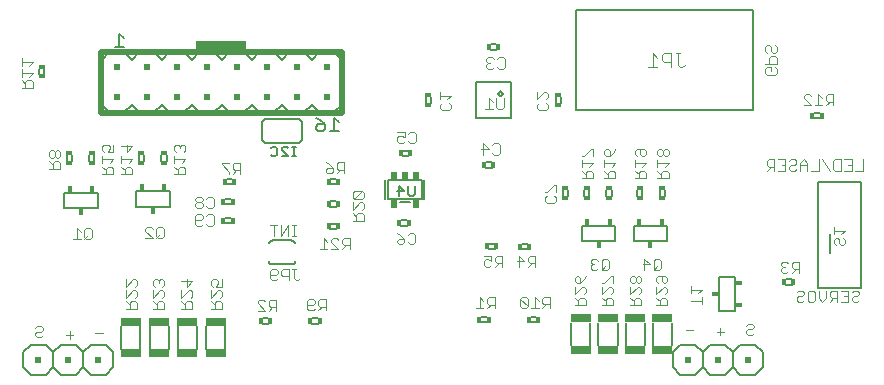
<source format=gbr>
G04 EAGLE Gerber RS-274X export*
G75*
%MOMM*%
%FSLAX34Y34*%
%LPD*%
%INSilkscreen Bottom*%
%IPPOS*%
%AMOC8*
5,1,8,0,0,1.08239X$1,22.5*%
G01*
%ADD10C,0.076200*%
%ADD11C,0.500000*%
%ADD12R,4.300000X0.700000*%
%ADD13C,0.152400*%
%ADD14R,0.599900X0.300000*%
%ADD15R,0.300000X0.599900*%
%ADD16C,0.127000*%
%ADD17R,0.584200X0.457200*%
%ADD18R,0.457200X0.584200*%
%ADD19R,0.508000X0.508000*%
%ADD20C,0.101600*%
%ADD21C,0.203200*%
%ADD22R,0.500000X0.650000*%
%ADD23C,0.177800*%
%ADD24R,1.752600X0.736600*%


D10*
X488619Y236787D02*
X488619Y228949D01*
X487051Y227381D01*
X483916Y227381D01*
X482348Y228949D01*
X482348Y236787D01*
X479264Y233652D02*
X476128Y236787D01*
X476128Y227381D01*
X472993Y227381D02*
X479264Y227381D01*
X792717Y184707D02*
X792717Y175301D01*
X786447Y175301D01*
X783362Y184707D02*
X777092Y184707D01*
X783362Y184707D02*
X783362Y175301D01*
X777092Y175301D01*
X780227Y180004D02*
X783362Y180004D01*
X774007Y184707D02*
X774007Y175301D01*
X769304Y175301D01*
X767736Y176869D01*
X767736Y183139D01*
X769304Y184707D01*
X774007Y184707D01*
X764652Y175301D02*
X758381Y184707D01*
X755297Y184707D02*
X755297Y175301D01*
X749026Y175301D01*
X745941Y175301D02*
X745941Y181572D01*
X742806Y184707D01*
X739671Y181572D01*
X739671Y175301D01*
X739671Y180004D02*
X745941Y180004D01*
X731883Y184707D02*
X730316Y183139D01*
X731883Y184707D02*
X735019Y184707D01*
X736586Y183139D01*
X736586Y181572D01*
X735019Y180004D01*
X731883Y180004D01*
X730316Y178436D01*
X730316Y176869D01*
X731883Y175301D01*
X735019Y175301D01*
X736586Y176869D01*
X727231Y184707D02*
X720960Y184707D01*
X727231Y184707D02*
X727231Y175301D01*
X720960Y175301D01*
X724096Y180004D02*
X727231Y180004D01*
X717876Y175301D02*
X717876Y184707D01*
X713173Y184707D01*
X711605Y183139D01*
X711605Y180004D01*
X713173Y178436D01*
X717876Y178436D01*
X714741Y178436D02*
X711605Y175301D01*
X784982Y73707D02*
X783414Y72139D01*
X784982Y73707D02*
X788117Y73707D01*
X789685Y72139D01*
X789685Y70572D01*
X788117Y69004D01*
X784982Y69004D01*
X783414Y67436D01*
X783414Y65869D01*
X784982Y64301D01*
X788117Y64301D01*
X789685Y65869D01*
X780329Y73707D02*
X774059Y73707D01*
X780329Y73707D02*
X780329Y64301D01*
X774059Y64301D01*
X777194Y69004D02*
X780329Y69004D01*
X770974Y64301D02*
X770974Y73707D01*
X766271Y73707D01*
X764704Y72139D01*
X764704Y69004D01*
X766271Y67436D01*
X770974Y67436D01*
X767839Y67436D02*
X764704Y64301D01*
X761619Y67436D02*
X761619Y73707D01*
X761619Y67436D02*
X758484Y64301D01*
X755348Y67436D01*
X755348Y73707D01*
X750696Y73707D02*
X747561Y73707D01*
X750696Y73707D02*
X752264Y72139D01*
X752264Y65869D01*
X750696Y64301D01*
X747561Y64301D01*
X745993Y65869D01*
X745993Y72139D01*
X747561Y73707D01*
X738206Y73707D02*
X736638Y72139D01*
X738206Y73707D02*
X741341Y73707D01*
X742909Y72139D01*
X742909Y70572D01*
X741341Y69004D01*
X738206Y69004D01*
X736638Y67436D01*
X736638Y65869D01*
X738206Y64301D01*
X741341Y64301D01*
X742909Y65869D01*
X695594Y45707D02*
X694026Y44139D01*
X695594Y45707D02*
X698729Y45707D01*
X700297Y44139D01*
X700297Y42572D01*
X698729Y41004D01*
X695594Y41004D01*
X694026Y39436D01*
X694026Y37869D01*
X695594Y36301D01*
X698729Y36301D01*
X700297Y37869D01*
X93594Y43707D02*
X92026Y42139D01*
X93594Y43707D02*
X96729Y43707D01*
X98297Y42139D01*
X98297Y40572D01*
X96729Y39004D01*
X93594Y39004D01*
X92026Y37436D01*
X92026Y35869D01*
X93594Y34301D01*
X96729Y34301D01*
X98297Y35869D01*
X118026Y36004D02*
X124297Y36004D01*
X121161Y39139D02*
X121161Y32869D01*
X669026Y39004D02*
X675297Y39004D01*
X672161Y42139D02*
X672161Y35869D01*
X649297Y40004D02*
X643026Y40004D01*
X149297Y38004D02*
X143026Y38004D01*
X718139Y262619D02*
X719707Y261051D01*
X719707Y257916D01*
X718139Y256348D01*
X711869Y256348D01*
X710301Y257916D01*
X710301Y261051D01*
X711869Y262619D01*
X715004Y262619D01*
X715004Y259484D01*
X710301Y265703D02*
X719707Y265703D01*
X719707Y270406D01*
X718139Y271974D01*
X715004Y271974D01*
X713436Y270406D01*
X713436Y265703D01*
X719707Y279762D02*
X718139Y281329D01*
X719707Y279762D02*
X719707Y276626D01*
X718139Y275059D01*
X716572Y275059D01*
X715004Y276626D01*
X715004Y279762D01*
X713436Y281329D01*
X711869Y281329D01*
X710301Y279762D01*
X710301Y276626D01*
X711869Y275059D01*
D11*
X352000Y276000D02*
X148000Y276000D01*
X352000Y276000D02*
X352000Y224000D01*
X148000Y224000D01*
X148000Y276000D01*
D12*
X249500Y281500D03*
D13*
X95360Y261650D02*
X95360Y256750D01*
X99840Y256750D02*
X99840Y261650D01*
D14*
X97649Y263240D03*
X97649Y255112D03*
D10*
X89877Y245518D02*
X80471Y245518D01*
X89877Y245518D02*
X89877Y250221D01*
X88309Y251789D01*
X85174Y251789D01*
X83606Y250221D01*
X83606Y245518D01*
X83606Y248654D02*
X80471Y251789D01*
X86742Y254873D02*
X89877Y258009D01*
X80471Y258009D01*
X80471Y261144D02*
X80471Y254873D01*
X86742Y264229D02*
X89877Y267364D01*
X80471Y267364D01*
X80471Y264229D02*
X80471Y270499D01*
D13*
X751650Y223940D02*
X756550Y223940D01*
X756550Y219460D02*
X751650Y219460D01*
D15*
X758140Y221652D03*
X750012Y221652D03*
D10*
X767722Y230431D02*
X767722Y239837D01*
X763019Y239837D01*
X761451Y238269D01*
X761451Y235134D01*
X763019Y233566D01*
X767722Y233566D01*
X764586Y233566D02*
X761451Y230431D01*
X758367Y236702D02*
X755231Y239837D01*
X755231Y230431D01*
X752096Y230431D02*
X758367Y230431D01*
X749011Y230431D02*
X742741Y230431D01*
X749011Y230431D02*
X742741Y236702D01*
X742741Y238269D01*
X744308Y239837D01*
X747444Y239837D01*
X749011Y238269D01*
D13*
X331450Y45760D02*
X326550Y45760D01*
X326550Y50240D02*
X331450Y50240D01*
D15*
X324960Y48049D03*
X333088Y48049D03*
D10*
X338004Y56871D02*
X338004Y66277D01*
X333301Y66277D01*
X331734Y64709D01*
X331734Y61574D01*
X333301Y60006D01*
X338004Y60006D01*
X334869Y60006D02*
X331734Y56871D01*
X328649Y58439D02*
X327081Y56871D01*
X323946Y56871D01*
X322378Y58439D01*
X322378Y64709D01*
X323946Y66277D01*
X327081Y66277D01*
X328649Y64709D01*
X328649Y63142D01*
X327081Y61574D01*
X322378Y61574D01*
D13*
X511550Y46760D02*
X516450Y46760D01*
X516450Y51240D02*
X511550Y51240D01*
D15*
X509960Y49049D03*
X518088Y49049D03*
D10*
X527682Y58871D02*
X527682Y68277D01*
X522979Y68277D01*
X521411Y66709D01*
X521411Y63574D01*
X522979Y62006D01*
X527682Y62006D01*
X524546Y62006D02*
X521411Y58871D01*
X518327Y65142D02*
X515191Y68277D01*
X515191Y58871D01*
X512056Y58871D02*
X518327Y58871D01*
X508971Y60439D02*
X508971Y66709D01*
X507404Y68277D01*
X504268Y68277D01*
X502701Y66709D01*
X502701Y60439D01*
X504268Y58871D01*
X507404Y58871D01*
X508971Y60439D01*
X502701Y66709D01*
D13*
X289450Y50240D02*
X284550Y50240D01*
X284550Y45760D02*
X289450Y45760D01*
D15*
X291040Y47952D03*
X282912Y47952D03*
D10*
X295944Y56731D02*
X295944Y66137D01*
X291241Y66137D01*
X289674Y64569D01*
X289674Y61434D01*
X291241Y59866D01*
X295944Y59866D01*
X292809Y59866D02*
X289674Y56731D01*
X286589Y56731D02*
X280318Y56731D01*
X286589Y56731D02*
X280318Y63002D01*
X280318Y64569D01*
X281886Y66137D01*
X285021Y66137D01*
X286589Y64569D01*
D13*
X469550Y51240D02*
X474450Y51240D01*
X474450Y46760D02*
X469550Y46760D01*
D15*
X476040Y48952D03*
X467912Y48952D03*
D10*
X480944Y58731D02*
X480944Y68137D01*
X476241Y68137D01*
X474674Y66569D01*
X474674Y63434D01*
X476241Y61866D01*
X480944Y61866D01*
X477809Y61866D02*
X474674Y58731D01*
X471589Y65002D02*
X468454Y68137D01*
X468454Y58731D01*
X471589Y58731D02*
X465318Y58731D01*
D16*
X671396Y56776D02*
X684604Y56776D01*
X684604Y85224D01*
X671396Y85224D01*
X671396Y56776D01*
D17*
X667967Y71000D03*
X688033Y61602D03*
X688033Y80398D03*
D10*
X656657Y65211D02*
X647251Y65211D01*
X656657Y62076D02*
X656657Y68347D01*
X653522Y71431D02*
X656657Y74566D01*
X647251Y74566D01*
X647251Y71431D02*
X647251Y77702D01*
D13*
X727550Y78760D02*
X732450Y78760D01*
X732450Y83240D02*
X727550Y83240D01*
D15*
X725960Y81049D03*
X734088Y81049D03*
D10*
X739004Y88871D02*
X739004Y98277D01*
X734301Y98277D01*
X732734Y96709D01*
X732734Y93574D01*
X734301Y92006D01*
X739004Y92006D01*
X735869Y92006D02*
X732734Y88871D01*
X729649Y96709D02*
X728081Y98277D01*
X724946Y98277D01*
X723378Y96709D01*
X723378Y95142D01*
X724946Y93574D01*
X726514Y93574D01*
X724946Y93574D02*
X723378Y92006D01*
X723378Y90439D01*
X724946Y88871D01*
X728081Y88871D01*
X729649Y90439D01*
D16*
X495000Y220000D02*
X465000Y220000D01*
X465000Y250000D01*
X495000Y250000D01*
X495000Y220000D01*
X484197Y240500D02*
X484199Y240585D01*
X484205Y240669D01*
X484215Y240753D01*
X484229Y240836D01*
X484246Y240919D01*
X484268Y241001D01*
X484293Y241081D01*
X484322Y241161D01*
X484355Y241238D01*
X484392Y241315D01*
X484432Y241389D01*
X484475Y241462D01*
X484522Y241532D01*
X484572Y241600D01*
X484625Y241666D01*
X484681Y241729D01*
X484740Y241790D01*
X484802Y241847D01*
X484866Y241902D01*
X484933Y241954D01*
X485003Y242002D01*
X485074Y242047D01*
X485148Y242089D01*
X485223Y242127D01*
X485300Y242162D01*
X485379Y242193D01*
X485459Y242220D01*
X485540Y242243D01*
X485622Y242263D01*
X485705Y242279D01*
X485789Y242291D01*
X485873Y242299D01*
X485958Y242303D01*
X486042Y242303D01*
X486127Y242299D01*
X486211Y242291D01*
X486295Y242279D01*
X486378Y242263D01*
X486460Y242243D01*
X486541Y242220D01*
X486621Y242193D01*
X486700Y242162D01*
X486777Y242127D01*
X486852Y242089D01*
X486926Y242047D01*
X486997Y242002D01*
X487067Y241954D01*
X487134Y241902D01*
X487198Y241847D01*
X487260Y241790D01*
X487319Y241729D01*
X487375Y241666D01*
X487428Y241600D01*
X487478Y241532D01*
X487525Y241462D01*
X487568Y241389D01*
X487608Y241315D01*
X487645Y241238D01*
X487678Y241161D01*
X487707Y241081D01*
X487732Y241001D01*
X487754Y240919D01*
X487771Y240836D01*
X487785Y240753D01*
X487795Y240669D01*
X487801Y240585D01*
X487803Y240500D01*
X487801Y240415D01*
X487795Y240331D01*
X487785Y240247D01*
X487771Y240164D01*
X487754Y240081D01*
X487732Y239999D01*
X487707Y239919D01*
X487678Y239839D01*
X487645Y239762D01*
X487608Y239685D01*
X487568Y239611D01*
X487525Y239538D01*
X487478Y239468D01*
X487428Y239400D01*
X487375Y239334D01*
X487319Y239271D01*
X487260Y239210D01*
X487198Y239153D01*
X487134Y239098D01*
X487067Y239046D01*
X486997Y238998D01*
X486926Y238953D01*
X486852Y238911D01*
X486777Y238873D01*
X486700Y238838D01*
X486621Y238807D01*
X486541Y238780D01*
X486460Y238757D01*
X486378Y238737D01*
X486295Y238721D01*
X486211Y238709D01*
X486127Y238701D01*
X486042Y238697D01*
X485958Y238697D01*
X485873Y238701D01*
X485789Y238709D01*
X485705Y238721D01*
X485622Y238737D01*
X485540Y238757D01*
X485459Y238780D01*
X485379Y238807D01*
X485300Y238838D01*
X485223Y238873D01*
X485148Y238911D01*
X485074Y238953D01*
X485003Y238998D01*
X484933Y239046D01*
X484866Y239098D01*
X484802Y239153D01*
X484740Y239210D01*
X484681Y239271D01*
X484625Y239334D01*
X484572Y239400D01*
X484522Y239468D01*
X484475Y239538D01*
X484432Y239611D01*
X484392Y239685D01*
X484355Y239762D01*
X484322Y239839D01*
X484293Y239919D01*
X484268Y239999D01*
X484246Y240081D01*
X484229Y240164D01*
X484215Y240247D01*
X484205Y240331D01*
X484199Y240415D01*
X484197Y240500D01*
D13*
X422760Y237450D02*
X422760Y232550D01*
X427240Y232550D02*
X427240Y237450D01*
D14*
X425049Y239040D03*
X425049Y230912D03*
D10*
X442569Y232597D02*
X444137Y231029D01*
X444137Y227893D01*
X442569Y226326D01*
X436299Y226326D01*
X434731Y227893D01*
X434731Y231029D01*
X436299Y232597D01*
X441002Y235681D02*
X444137Y238816D01*
X434731Y238816D01*
X434731Y235681D02*
X434731Y241952D01*
D13*
X473550Y177760D02*
X478450Y177760D01*
X478450Y182240D02*
X473550Y182240D01*
D15*
X471960Y180049D03*
X480088Y180049D03*
D10*
X479004Y196709D02*
X480571Y198277D01*
X483707Y198277D01*
X485274Y196709D01*
X485274Y190439D01*
X483707Y188871D01*
X480571Y188871D01*
X479004Y190439D01*
X471216Y188871D02*
X471216Y198277D01*
X475919Y193574D01*
X469648Y193574D01*
D13*
X537240Y232550D02*
X537240Y237450D01*
X532760Y237450D02*
X532760Y232550D01*
D14*
X534952Y230960D03*
X534952Y239088D03*
D10*
X526137Y231029D02*
X524569Y232597D01*
X526137Y231029D02*
X526137Y227893D01*
X524569Y226326D01*
X518299Y226326D01*
X516731Y227893D01*
X516731Y231029D01*
X518299Y232597D01*
X516731Y235681D02*
X516731Y241952D01*
X516731Y235681D02*
X523002Y241952D01*
X524569Y241952D01*
X526137Y240384D01*
X526137Y237249D01*
X524569Y235681D01*
D13*
X482450Y282240D02*
X477550Y282240D01*
X477550Y277760D02*
X482450Y277760D01*
D15*
X484040Y279952D03*
X475912Y279952D03*
D10*
X484971Y271137D02*
X483404Y269569D01*
X484971Y271137D02*
X488107Y271137D01*
X489674Y269569D01*
X489674Y263299D01*
X488107Y261731D01*
X484971Y261731D01*
X483404Y263299D01*
X480319Y269569D02*
X478751Y271137D01*
X475616Y271137D01*
X474048Y269569D01*
X474048Y268002D01*
X475616Y266434D01*
X477184Y266434D01*
X475616Y266434D02*
X474048Y264866D01*
X474048Y263299D01*
X475616Y261731D01*
X478751Y261731D01*
X480319Y263299D01*
D13*
X145224Y156604D02*
X145224Y143396D01*
X145224Y156604D02*
X116776Y156604D01*
X116776Y143396D01*
X145224Y143396D01*
D18*
X131000Y139967D03*
X140398Y160033D03*
X121602Y160033D03*
D10*
X139924Y125089D02*
X139924Y118819D01*
X139924Y125089D02*
X138357Y126657D01*
X135221Y126657D01*
X133654Y125089D01*
X133654Y118819D01*
X135221Y117251D01*
X138357Y117251D01*
X139924Y118819D01*
X136789Y120386D02*
X133654Y117251D01*
X130569Y123522D02*
X127434Y126657D01*
X127434Y117251D01*
X130569Y117251D02*
X124298Y117251D01*
D13*
X137760Y183550D02*
X137760Y188450D01*
X142240Y188450D02*
X142240Y183550D01*
D14*
X140049Y190040D03*
X140049Y181912D03*
D10*
X148871Y172318D02*
X158277Y172318D01*
X158277Y177021D01*
X156709Y178589D01*
X153574Y178589D01*
X152006Y177021D01*
X152006Y172318D01*
X152006Y175454D02*
X148871Y178589D01*
X155142Y181673D02*
X158277Y184809D01*
X148871Y184809D01*
X148871Y187944D02*
X148871Y181673D01*
X158277Y191029D02*
X158277Y197299D01*
X158277Y191029D02*
X153574Y191029D01*
X155142Y194164D01*
X155142Y195732D01*
X153574Y197299D01*
X150439Y197299D01*
X148871Y195732D01*
X148871Y192596D01*
X150439Y191029D01*
D13*
X118760Y188450D02*
X118760Y183550D01*
X123240Y183550D02*
X123240Y188450D01*
D14*
X121049Y190040D03*
X121049Y181912D03*
D10*
X113277Y176996D02*
X103871Y176996D01*
X113277Y176996D02*
X113277Y181699D01*
X111709Y183267D01*
X108574Y183267D01*
X107006Y181699D01*
X107006Y176996D01*
X107006Y180131D02*
X103871Y183267D01*
X111709Y186351D02*
X113277Y187919D01*
X113277Y191054D01*
X111709Y192622D01*
X110142Y192622D01*
X108574Y191054D01*
X107006Y192622D01*
X105439Y192622D01*
X103871Y191054D01*
X103871Y187919D01*
X105439Y186351D01*
X107006Y186351D01*
X108574Y187919D01*
X110142Y186351D01*
X111709Y186351D01*
X108574Y187919D02*
X108574Y191054D01*
D13*
X206224Y157604D02*
X206224Y144396D01*
X206224Y157604D02*
X177776Y157604D01*
X177776Y144396D01*
X206224Y144396D01*
D18*
X192000Y140967D03*
X201398Y161033D03*
X182602Y161033D03*
D10*
X200924Y126089D02*
X200924Y119819D01*
X200924Y126089D02*
X199357Y127657D01*
X196221Y127657D01*
X194654Y126089D01*
X194654Y119819D01*
X196221Y118251D01*
X199357Y118251D01*
X200924Y119819D01*
X197789Y121386D02*
X194654Y118251D01*
X191569Y118251D02*
X185298Y118251D01*
X191569Y118251D02*
X185298Y124522D01*
X185298Y126089D01*
X186866Y127657D01*
X190001Y127657D01*
X191569Y126089D01*
D13*
X198760Y183550D02*
X198760Y188450D01*
X203240Y188450D02*
X203240Y183550D01*
D14*
X201049Y190040D03*
X201049Y181912D03*
D10*
X209871Y172318D02*
X219277Y172318D01*
X219277Y177021D01*
X217709Y178589D01*
X214574Y178589D01*
X213006Y177021D01*
X213006Y172318D01*
X213006Y175454D02*
X209871Y178589D01*
X216142Y181673D02*
X219277Y184809D01*
X209871Y184809D01*
X209871Y187944D02*
X209871Y181673D01*
X217709Y191029D02*
X219277Y192596D01*
X219277Y195732D01*
X217709Y197299D01*
X216142Y197299D01*
X214574Y195732D01*
X214574Y194164D01*
X214574Y195732D02*
X213006Y197299D01*
X211439Y197299D01*
X209871Y195732D01*
X209871Y192596D01*
X211439Y191029D01*
D13*
X179760Y188450D02*
X179760Y183550D01*
X184240Y183550D02*
X184240Y188450D01*
D14*
X182049Y190040D03*
X182049Y181912D03*
D10*
X174277Y172318D02*
X164871Y172318D01*
X174277Y172318D02*
X174277Y177021D01*
X172709Y178589D01*
X169574Y178589D01*
X168006Y177021D01*
X168006Y172318D01*
X168006Y175454D02*
X164871Y178589D01*
X171142Y181673D02*
X174277Y184809D01*
X164871Y184809D01*
X164871Y187944D02*
X164871Y181673D01*
X164871Y195732D02*
X174277Y195732D01*
X169574Y191029D01*
X169574Y197299D01*
D16*
X755000Y166000D02*
X755000Y156560D01*
X755000Y85440D02*
X755000Y76000D01*
X791000Y76000D01*
X791000Y85440D01*
X791000Y156560D02*
X791000Y166000D01*
X755000Y166000D01*
X755000Y156560D02*
X755000Y85440D01*
X791000Y85440D02*
X791000Y156560D01*
X765380Y121254D02*
X765380Y105760D01*
D10*
X777707Y116729D02*
X776139Y118297D01*
X777707Y116729D02*
X777707Y113593D01*
X776139Y112026D01*
X774572Y112026D01*
X773004Y113593D01*
X773004Y116729D01*
X771436Y118297D01*
X769869Y118297D01*
X768301Y116729D01*
X768301Y113593D01*
X769869Y112026D01*
X774572Y121381D02*
X777707Y124516D01*
X768301Y124516D01*
X768301Y121381D02*
X768301Y127652D01*
D13*
X100950Y2300D02*
X88250Y2300D01*
X100950Y2300D02*
X107300Y8650D01*
X107300Y21350D01*
X100950Y27700D01*
X107300Y8650D02*
X113650Y2300D01*
X126350Y2300D01*
X132700Y8650D01*
X132700Y21350D01*
X126350Y27700D01*
X113650Y27700D01*
X107300Y21350D01*
X81900Y21350D02*
X81900Y8650D01*
X88250Y2300D01*
X81900Y21350D02*
X88250Y27700D01*
X100950Y27700D01*
X132700Y8650D02*
X139050Y2300D01*
X151750Y2300D01*
X158100Y8650D01*
X158100Y21350D01*
X151750Y27700D01*
X139050Y27700D01*
X132700Y21350D01*
D19*
X120000Y15000D03*
X94600Y15000D03*
X145400Y15000D03*
D13*
X689050Y27700D02*
X701750Y27700D01*
X689050Y27700D02*
X682700Y21350D01*
X682700Y8650D01*
X689050Y2300D01*
X682700Y21350D02*
X676350Y27700D01*
X663650Y27700D01*
X657300Y21350D01*
X657300Y8650D01*
X663650Y2300D01*
X676350Y2300D01*
X682700Y8650D01*
X708100Y8650D02*
X708100Y21350D01*
X701750Y27700D01*
X708100Y8650D02*
X701750Y2300D01*
X689050Y2300D01*
X657300Y21350D02*
X650950Y27700D01*
X638250Y27700D01*
X631900Y21350D01*
X631900Y8650D01*
X638250Y2300D01*
X650950Y2300D01*
X657300Y8650D01*
D19*
X670000Y15000D03*
X695400Y15000D03*
X644600Y15000D03*
D16*
X700200Y311500D02*
X549800Y311500D01*
X549800Y226500D01*
X700200Y226500D01*
X700200Y311500D01*
D20*
X642033Y265107D02*
X640084Y263158D01*
X638135Y263158D01*
X636186Y265107D01*
X636186Y274852D01*
X638135Y274852D02*
X634237Y274852D01*
X630339Y274852D02*
X630339Y263158D01*
X630339Y274852D02*
X624492Y274852D01*
X622543Y272903D01*
X622543Y269005D01*
X624492Y267056D01*
X630339Y267056D01*
X618645Y270954D02*
X614747Y274852D01*
X614747Y263158D01*
X618645Y263158D02*
X610849Y263158D01*
D13*
X167450Y224600D02*
X154750Y224600D01*
X167450Y224600D02*
X173800Y230950D01*
X180150Y224600D01*
X192850Y224600D01*
X199200Y230950D01*
X154750Y224600D02*
X148400Y230950D01*
X199200Y230950D02*
X205550Y224600D01*
X218250Y224600D01*
X224600Y230950D01*
X230950Y224600D02*
X243650Y224600D01*
X250000Y230950D01*
X256350Y224600D01*
X269050Y224600D01*
X275400Y230950D01*
X230950Y224600D02*
X224600Y230950D01*
X275400Y230950D02*
X281750Y224600D01*
X294450Y224600D01*
X300800Y230950D01*
X173800Y269050D02*
X167450Y275400D01*
X192850Y275400D02*
X199200Y269050D01*
X192850Y275400D02*
X180150Y275400D01*
X173800Y269050D01*
X148400Y269050D02*
X148400Y230950D01*
X148400Y269050D02*
X154750Y275400D01*
X167450Y275400D01*
X218250Y275400D02*
X224600Y269050D01*
X218250Y275400D02*
X205550Y275400D01*
X199200Y269050D01*
X243650Y275400D02*
X250000Y269050D01*
X269050Y275400D02*
X275400Y269050D01*
X269050Y275400D02*
X256350Y275400D01*
X250000Y269050D01*
X230950Y275400D02*
X224600Y269050D01*
X230950Y275400D02*
X243650Y275400D01*
X294450Y275400D02*
X300800Y269050D01*
X294450Y275400D02*
X281750Y275400D01*
X275400Y269050D01*
X307150Y224600D02*
X319850Y224600D01*
X326200Y230950D01*
X332550Y224600D01*
X345250Y224600D01*
X351600Y230950D01*
X307150Y224600D02*
X300800Y230950D01*
X351600Y230950D02*
X351600Y269050D01*
X326200Y269050D02*
X319850Y275400D01*
X345250Y275400D02*
X351600Y269050D01*
X345250Y275400D02*
X332550Y275400D01*
X326200Y269050D01*
X307150Y275400D02*
X300800Y269050D01*
X307150Y275400D02*
X319850Y275400D01*
D16*
X167079Y287472D02*
X163266Y291285D01*
X163266Y279845D01*
X167079Y279845D02*
X159452Y279845D01*
X345140Y220165D02*
X348953Y216352D01*
X345140Y220165D02*
X345140Y208725D01*
X348953Y208725D02*
X341326Y208725D01*
X333446Y218258D02*
X329633Y220165D01*
X333446Y218258D02*
X337259Y214445D01*
X337259Y210632D01*
X335352Y208725D01*
X331539Y208725D01*
X329633Y210632D01*
X329633Y212538D01*
X331539Y214445D01*
X337259Y214445D01*
D19*
X186500Y262700D03*
X161100Y262700D03*
X211900Y262700D03*
X262700Y262700D03*
X237300Y262700D03*
X288100Y262700D03*
X161100Y237300D03*
X186500Y237300D03*
X211900Y237300D03*
X237300Y237300D03*
X262700Y237300D03*
X288100Y237300D03*
X338900Y262700D03*
X313500Y262700D03*
X313500Y237300D03*
X338900Y237300D03*
D21*
X419224Y167104D02*
X419224Y150896D01*
X419224Y167104D02*
X390776Y167104D01*
X390776Y150896D01*
X419224Y150896D01*
X388500Y151000D02*
X388500Y167000D01*
X421500Y167000D02*
X421500Y151000D01*
D22*
X395500Y170750D03*
X405000Y170750D03*
X414500Y170750D03*
X414500Y147250D03*
X395500Y147250D03*
D21*
X401000Y148500D02*
X409000Y148500D01*
D23*
X413246Y155207D02*
X413246Y162198D01*
X413246Y155207D02*
X411848Y153809D01*
X409052Y153809D01*
X407653Y155207D01*
X407653Y162198D01*
X399696Y162198D02*
X399696Y153809D01*
X403891Y158004D02*
X399696Y162198D01*
X398298Y158004D02*
X403891Y158004D01*
D13*
X583224Y128604D02*
X583224Y115396D01*
X583224Y128604D02*
X554776Y128604D01*
X554776Y115396D01*
X583224Y115396D01*
D18*
X569000Y111967D03*
X578398Y132033D03*
X559602Y132033D03*
D10*
X577924Y99089D02*
X577924Y92819D01*
X577924Y99089D02*
X576357Y100657D01*
X573221Y100657D01*
X571654Y99089D01*
X571654Y92819D01*
X573221Y91251D01*
X576357Y91251D01*
X577924Y92819D01*
X574789Y94386D02*
X571654Y91251D01*
X568569Y99089D02*
X567001Y100657D01*
X563866Y100657D01*
X562298Y99089D01*
X562298Y97522D01*
X563866Y95954D01*
X565434Y95954D01*
X563866Y95954D02*
X562298Y94386D01*
X562298Y92819D01*
X563866Y91251D01*
X567001Y91251D01*
X568569Y92819D01*
D13*
X580240Y154050D02*
X580240Y158950D01*
X575760Y158950D02*
X575760Y154050D01*
D14*
X577952Y152460D03*
X577952Y160588D03*
D10*
X573871Y168818D02*
X583277Y168818D01*
X583277Y173521D01*
X581709Y175089D01*
X578574Y175089D01*
X577006Y173521D01*
X577006Y168818D01*
X577006Y171954D02*
X573871Y175089D01*
X580142Y178173D02*
X583277Y181309D01*
X573871Y181309D01*
X573871Y184444D02*
X573871Y178173D01*
X581709Y190664D02*
X583277Y193799D01*
X581709Y190664D02*
X578574Y187529D01*
X575439Y187529D01*
X573871Y189096D01*
X573871Y192232D01*
X575439Y193799D01*
X577006Y193799D01*
X578574Y192232D01*
X578574Y187529D01*
D13*
X561240Y158950D02*
X561240Y154050D01*
X556760Y154050D02*
X556760Y158950D01*
D14*
X558952Y152460D03*
X558952Y160588D03*
D10*
X554871Y168818D02*
X564277Y168818D01*
X564277Y173521D01*
X562709Y175089D01*
X559574Y175089D01*
X558006Y173521D01*
X558006Y168818D01*
X558006Y171954D02*
X554871Y175089D01*
X561142Y178173D02*
X564277Y181309D01*
X554871Y181309D01*
X554871Y184444D02*
X554871Y178173D01*
X564277Y187529D02*
X564277Y193799D01*
X562709Y193799D01*
X556439Y187529D01*
X554871Y187529D01*
D13*
X627224Y128604D02*
X627224Y115396D01*
X627224Y128604D02*
X598776Y128604D01*
X598776Y115396D01*
X627224Y115396D01*
D18*
X613000Y111967D03*
X622398Y132033D03*
X603602Y132033D03*
D10*
X621924Y99089D02*
X621924Y92819D01*
X621924Y99089D02*
X620357Y100657D01*
X617221Y100657D01*
X615654Y99089D01*
X615654Y92819D01*
X617221Y91251D01*
X620357Y91251D01*
X621924Y92819D01*
X618789Y94386D02*
X615654Y91251D01*
X607866Y91251D02*
X607866Y100657D01*
X612569Y95954D01*
X606298Y95954D01*
D13*
X625240Y154050D02*
X625240Y158950D01*
X620760Y158950D02*
X620760Y154050D01*
D14*
X622952Y152460D03*
X622952Y160588D03*
D10*
X618871Y168818D02*
X628277Y168818D01*
X628277Y173521D01*
X626709Y175089D01*
X623574Y175089D01*
X622006Y173521D01*
X622006Y168818D01*
X622006Y171954D02*
X618871Y175089D01*
X625142Y178173D02*
X628277Y181309D01*
X618871Y181309D01*
X618871Y184444D02*
X618871Y178173D01*
X626709Y187529D02*
X628277Y189096D01*
X628277Y192232D01*
X626709Y193799D01*
X625142Y193799D01*
X623574Y192232D01*
X622006Y193799D01*
X620439Y193799D01*
X618871Y192232D01*
X618871Y189096D01*
X620439Y187529D01*
X622006Y187529D01*
X623574Y189096D01*
X625142Y187529D01*
X626709Y187529D01*
X623574Y189096D02*
X623574Y192232D01*
D13*
X606240Y158950D02*
X606240Y154050D01*
X601760Y154050D02*
X601760Y158950D01*
D14*
X603952Y152460D03*
X603952Y160588D03*
D10*
X599731Y168878D02*
X609137Y168878D01*
X609137Y173581D01*
X607569Y175149D01*
X604434Y175149D01*
X602866Y173581D01*
X602866Y168878D01*
X602866Y172014D02*
X599731Y175149D01*
X606002Y178233D02*
X609137Y181369D01*
X599731Y181369D01*
X599731Y184504D02*
X599731Y178233D01*
X601299Y187589D02*
X599731Y189156D01*
X599731Y192292D01*
X601299Y193859D01*
X607569Y193859D01*
X609137Y192292D01*
X609137Y189156D01*
X607569Y187589D01*
X606002Y187589D01*
X604434Y189156D01*
X604434Y193859D01*
D13*
X407950Y192240D02*
X403050Y192240D01*
X403050Y187760D02*
X407950Y187760D01*
D15*
X409540Y189952D03*
X401412Y189952D03*
D10*
X407904Y206569D02*
X409471Y208137D01*
X412607Y208137D01*
X414174Y206569D01*
X414174Y200299D01*
X412607Y198731D01*
X409471Y198731D01*
X407904Y200299D01*
X404819Y208137D02*
X398548Y208137D01*
X404819Y208137D02*
X404819Y203434D01*
X401684Y205002D01*
X400116Y205002D01*
X398548Y203434D01*
X398548Y200299D01*
X400116Y198731D01*
X403251Y198731D01*
X404819Y200299D01*
D13*
X406950Y128760D02*
X402050Y128760D01*
X402050Y133240D02*
X406950Y133240D01*
D15*
X400460Y131049D03*
X408588Y131049D03*
D10*
X409071Y122277D02*
X407504Y120709D01*
X409071Y122277D02*
X412207Y122277D01*
X413774Y120709D01*
X413774Y114439D01*
X412207Y112871D01*
X409071Y112871D01*
X407504Y114439D01*
X401284Y120709D02*
X398148Y122277D01*
X401284Y120709D02*
X404419Y117574D01*
X404419Y114439D01*
X402851Y112871D01*
X399716Y112871D01*
X398148Y114439D01*
X398148Y116006D01*
X399716Y117574D01*
X404419Y117574D01*
D13*
X476050Y108760D02*
X480950Y108760D01*
X480950Y113240D02*
X476050Y113240D01*
D15*
X474460Y111049D03*
X482588Y111049D03*
D10*
X487504Y103277D02*
X487504Y93871D01*
X487504Y103277D02*
X482801Y103277D01*
X481234Y101709D01*
X481234Y98574D01*
X482801Y97006D01*
X487504Y97006D01*
X484369Y97006D02*
X481234Y93871D01*
X478149Y103277D02*
X471878Y103277D01*
X478149Y103277D02*
X478149Y98574D01*
X475014Y100142D01*
X473446Y100142D01*
X471878Y98574D01*
X471878Y95439D01*
X473446Y93871D01*
X476581Y93871D01*
X478149Y95439D01*
D13*
X504050Y113240D02*
X508950Y113240D01*
X508950Y108760D02*
X504050Y108760D01*
D15*
X510540Y110952D03*
X502412Y110952D03*
D10*
X515444Y103137D02*
X515444Y93731D01*
X515444Y103137D02*
X510741Y103137D01*
X509174Y101569D01*
X509174Y98434D01*
X510741Y96866D01*
X515444Y96866D01*
X512309Y96866D02*
X509174Y93731D01*
X501386Y93731D02*
X501386Y103137D01*
X506089Y98434D01*
X499818Y98434D01*
D13*
X543240Y154050D02*
X543240Y158950D01*
X538760Y158950D02*
X538760Y154050D01*
D14*
X540952Y152460D03*
X540952Y160588D03*
D10*
X533137Y152529D02*
X531569Y154097D01*
X533137Y152529D02*
X533137Y149393D01*
X531569Y147826D01*
X525299Y147826D01*
X523731Y149393D01*
X523731Y152529D01*
X525299Y154097D01*
X533137Y157181D02*
X533137Y163452D01*
X531569Y163452D01*
X525299Y157181D01*
X523731Y157181D01*
D13*
X258950Y168240D02*
X254050Y168240D01*
X254050Y163760D02*
X258950Y163760D01*
D15*
X260540Y165952D03*
X252412Y165952D03*
D10*
X265444Y172731D02*
X265444Y182137D01*
X260741Y182137D01*
X259174Y180569D01*
X259174Y177434D01*
X260741Y175866D01*
X265444Y175866D01*
X262309Y175866D02*
X259174Y172731D01*
X256089Y182137D02*
X249818Y182137D01*
X249818Y180569D01*
X256089Y174299D01*
X256089Y172731D01*
D13*
X342050Y163760D02*
X346950Y163760D01*
X346950Y168240D02*
X342050Y168240D01*
D15*
X340460Y166049D03*
X348588Y166049D03*
D10*
X353504Y172871D02*
X353504Y182277D01*
X348801Y182277D01*
X347234Y180709D01*
X347234Y177574D01*
X348801Y176006D01*
X353504Y176006D01*
X350369Y176006D02*
X347234Y172871D01*
X341014Y180709D02*
X337878Y182277D01*
X341014Y180709D02*
X344149Y177574D01*
X344149Y174439D01*
X342581Y172871D01*
X339446Y172871D01*
X337878Y174439D01*
X337878Y176006D01*
X339446Y177574D01*
X344149Y177574D01*
D13*
X313700Y219160D02*
X288300Y219160D01*
X313700Y198840D02*
X313833Y198842D01*
X313966Y198848D01*
X314098Y198857D01*
X314231Y198871D01*
X314363Y198888D01*
X314494Y198909D01*
X314625Y198934D01*
X314754Y198963D01*
X314883Y198996D01*
X315011Y199032D01*
X315138Y199072D01*
X315264Y199116D01*
X315388Y199163D01*
X315511Y199214D01*
X315632Y199268D01*
X315752Y199326D01*
X315870Y199388D01*
X315986Y199453D01*
X316100Y199521D01*
X316212Y199592D01*
X316322Y199667D01*
X316430Y199745D01*
X316536Y199826D01*
X316639Y199910D01*
X316739Y199997D01*
X316837Y200086D01*
X316933Y200179D01*
X317026Y200275D01*
X317115Y200373D01*
X317202Y200473D01*
X317286Y200576D01*
X317367Y200682D01*
X317445Y200790D01*
X317520Y200900D01*
X317591Y201012D01*
X317659Y201126D01*
X317724Y201242D01*
X317786Y201360D01*
X317844Y201480D01*
X317898Y201601D01*
X317949Y201724D01*
X317996Y201848D01*
X318040Y201974D01*
X318080Y202101D01*
X318116Y202229D01*
X318149Y202358D01*
X318178Y202487D01*
X318203Y202618D01*
X318224Y202749D01*
X318241Y202881D01*
X318255Y203014D01*
X318264Y203146D01*
X318270Y203279D01*
X318272Y203412D01*
X288300Y198840D02*
X288167Y198842D01*
X288034Y198848D01*
X287902Y198857D01*
X287769Y198871D01*
X287637Y198888D01*
X287506Y198909D01*
X287375Y198934D01*
X287246Y198963D01*
X287117Y198996D01*
X286989Y199032D01*
X286862Y199072D01*
X286736Y199116D01*
X286612Y199163D01*
X286489Y199214D01*
X286368Y199268D01*
X286248Y199326D01*
X286130Y199388D01*
X286014Y199453D01*
X285900Y199521D01*
X285788Y199592D01*
X285678Y199667D01*
X285570Y199745D01*
X285464Y199826D01*
X285361Y199910D01*
X285261Y199997D01*
X285163Y200086D01*
X285067Y200179D01*
X284974Y200275D01*
X284885Y200373D01*
X284798Y200473D01*
X284714Y200576D01*
X284633Y200682D01*
X284555Y200790D01*
X284480Y200900D01*
X284409Y201012D01*
X284341Y201126D01*
X284276Y201242D01*
X284214Y201360D01*
X284156Y201480D01*
X284102Y201601D01*
X284051Y201724D01*
X284004Y201848D01*
X283960Y201974D01*
X283920Y202101D01*
X283884Y202229D01*
X283851Y202358D01*
X283822Y202487D01*
X283797Y202618D01*
X283776Y202749D01*
X283759Y202881D01*
X283745Y203014D01*
X283736Y203146D01*
X283730Y203279D01*
X283728Y203412D01*
X283728Y214588D02*
X283730Y214721D01*
X283736Y214854D01*
X283745Y214986D01*
X283759Y215119D01*
X283776Y215251D01*
X283797Y215382D01*
X283822Y215513D01*
X283851Y215642D01*
X283884Y215771D01*
X283920Y215899D01*
X283960Y216026D01*
X284004Y216152D01*
X284051Y216276D01*
X284102Y216399D01*
X284156Y216520D01*
X284214Y216640D01*
X284276Y216758D01*
X284341Y216874D01*
X284409Y216988D01*
X284480Y217100D01*
X284555Y217210D01*
X284633Y217318D01*
X284714Y217424D01*
X284798Y217527D01*
X284885Y217627D01*
X284974Y217725D01*
X285067Y217821D01*
X285163Y217914D01*
X285261Y218003D01*
X285361Y218090D01*
X285464Y218174D01*
X285570Y218255D01*
X285678Y218333D01*
X285788Y218408D01*
X285900Y218479D01*
X286014Y218547D01*
X286130Y218612D01*
X286248Y218674D01*
X286368Y218732D01*
X286489Y218786D01*
X286612Y218837D01*
X286736Y218884D01*
X286862Y218928D01*
X286989Y218968D01*
X287117Y219004D01*
X287246Y219037D01*
X287375Y219066D01*
X287506Y219091D01*
X287637Y219112D01*
X287769Y219129D01*
X287902Y219143D01*
X288034Y219152D01*
X288167Y219158D01*
X288300Y219160D01*
X313700Y219160D02*
X313833Y219158D01*
X313966Y219152D01*
X314098Y219143D01*
X314231Y219129D01*
X314363Y219112D01*
X314494Y219091D01*
X314625Y219066D01*
X314754Y219037D01*
X314883Y219004D01*
X315011Y218968D01*
X315138Y218928D01*
X315264Y218884D01*
X315388Y218837D01*
X315511Y218786D01*
X315632Y218732D01*
X315752Y218674D01*
X315870Y218612D01*
X315986Y218547D01*
X316100Y218479D01*
X316212Y218408D01*
X316322Y218333D01*
X316430Y218255D01*
X316536Y218174D01*
X316639Y218090D01*
X316739Y218003D01*
X316837Y217914D01*
X316933Y217821D01*
X317026Y217725D01*
X317115Y217627D01*
X317202Y217527D01*
X317286Y217424D01*
X317367Y217318D01*
X317445Y217210D01*
X317520Y217100D01*
X317591Y216988D01*
X317659Y216874D01*
X317724Y216758D01*
X317786Y216640D01*
X317844Y216520D01*
X317898Y216399D01*
X317949Y216276D01*
X317996Y216152D01*
X318040Y216026D01*
X318080Y215899D01*
X318116Y215771D01*
X318149Y215642D01*
X318178Y215513D01*
X318203Y215382D01*
X318224Y215251D01*
X318241Y215119D01*
X318255Y214986D01*
X318264Y214854D01*
X318270Y214721D01*
X318272Y214588D01*
X318272Y203412D01*
X283728Y203412D02*
X283728Y214588D01*
X288300Y198840D02*
X313700Y198840D01*
D21*
X312458Y187506D02*
X309746Y187506D01*
X311102Y187506D02*
X311102Y195641D01*
X312458Y195641D02*
X309746Y195641D01*
X306221Y187506D02*
X300798Y187506D01*
X306221Y187506D02*
X300798Y192929D01*
X300798Y194285D01*
X302153Y195641D01*
X304865Y195641D01*
X306221Y194285D01*
X292798Y195641D02*
X291442Y194285D01*
X292798Y195641D02*
X295510Y195641D01*
X296866Y194285D01*
X296866Y188862D01*
X295510Y187506D01*
X292798Y187506D01*
X291442Y188862D01*
X292745Y116160D02*
X309255Y116160D01*
X311795Y98380D02*
X311793Y98280D01*
X311787Y98181D01*
X311777Y98081D01*
X311764Y97983D01*
X311746Y97884D01*
X311725Y97787D01*
X311700Y97691D01*
X311671Y97595D01*
X311638Y97501D01*
X311602Y97408D01*
X311562Y97317D01*
X311518Y97227D01*
X311471Y97139D01*
X311421Y97053D01*
X311367Y96969D01*
X311310Y96887D01*
X311250Y96808D01*
X311186Y96730D01*
X311120Y96656D01*
X311051Y96584D01*
X310979Y96515D01*
X310905Y96449D01*
X310827Y96385D01*
X310748Y96325D01*
X310666Y96268D01*
X310582Y96214D01*
X310496Y96164D01*
X310408Y96117D01*
X310318Y96073D01*
X310227Y96033D01*
X310134Y95997D01*
X310040Y95964D01*
X309944Y95935D01*
X309848Y95910D01*
X309751Y95889D01*
X309652Y95871D01*
X309554Y95858D01*
X309454Y95848D01*
X309355Y95842D01*
X309255Y95840D01*
X292745Y95840D02*
X292645Y95842D01*
X292546Y95848D01*
X292446Y95858D01*
X292348Y95871D01*
X292249Y95889D01*
X292152Y95910D01*
X292056Y95935D01*
X291960Y95964D01*
X291866Y95997D01*
X291773Y96033D01*
X291682Y96073D01*
X291592Y96117D01*
X291504Y96164D01*
X291418Y96214D01*
X291334Y96268D01*
X291252Y96325D01*
X291173Y96385D01*
X291095Y96449D01*
X291021Y96515D01*
X290949Y96584D01*
X290880Y96656D01*
X290814Y96730D01*
X290750Y96808D01*
X290690Y96887D01*
X290633Y96969D01*
X290579Y97053D01*
X290529Y97139D01*
X290482Y97227D01*
X290438Y97317D01*
X290398Y97408D01*
X290362Y97501D01*
X290329Y97595D01*
X290300Y97691D01*
X290275Y97787D01*
X290254Y97884D01*
X290236Y97983D01*
X290223Y98081D01*
X290213Y98181D01*
X290207Y98280D01*
X290205Y98380D01*
X290205Y113620D02*
X290207Y113720D01*
X290213Y113819D01*
X290223Y113919D01*
X290236Y114017D01*
X290254Y114116D01*
X290275Y114213D01*
X290300Y114309D01*
X290329Y114405D01*
X290362Y114499D01*
X290398Y114592D01*
X290438Y114683D01*
X290482Y114773D01*
X290529Y114861D01*
X290579Y114947D01*
X290633Y115031D01*
X290690Y115113D01*
X290750Y115192D01*
X290814Y115270D01*
X290880Y115344D01*
X290949Y115416D01*
X291021Y115485D01*
X291095Y115551D01*
X291173Y115615D01*
X291252Y115675D01*
X291334Y115732D01*
X291418Y115786D01*
X291504Y115836D01*
X291592Y115883D01*
X291682Y115927D01*
X291773Y115967D01*
X291866Y116003D01*
X291960Y116036D01*
X292056Y116065D01*
X292152Y116090D01*
X292249Y116111D01*
X292348Y116129D01*
X292446Y116142D01*
X292546Y116152D01*
X292645Y116158D01*
X292745Y116160D01*
X309255Y116160D02*
X309355Y116158D01*
X309454Y116152D01*
X309554Y116142D01*
X309652Y116129D01*
X309751Y116111D01*
X309848Y116090D01*
X309944Y116065D01*
X310040Y116036D01*
X310134Y116003D01*
X310227Y115967D01*
X310318Y115927D01*
X310408Y115883D01*
X310496Y115836D01*
X310582Y115786D01*
X310666Y115732D01*
X310748Y115675D01*
X310827Y115615D01*
X310905Y115551D01*
X310979Y115485D01*
X311051Y115416D01*
X311120Y115344D01*
X311186Y115270D01*
X311250Y115192D01*
X311310Y115113D01*
X311367Y115031D01*
X311421Y114947D01*
X311471Y114861D01*
X311518Y114773D01*
X311562Y114683D01*
X311602Y114592D01*
X311638Y114499D01*
X311671Y114405D01*
X311700Y114309D01*
X311725Y114213D01*
X311746Y114116D01*
X311764Y114017D01*
X311777Y113919D01*
X311787Y113819D01*
X311793Y113720D01*
X311795Y113620D01*
X309255Y95840D02*
X292745Y95840D01*
D10*
X314559Y82601D02*
X316127Y84169D01*
X314559Y82601D02*
X312991Y82601D01*
X311424Y84169D01*
X311424Y92007D01*
X312991Y92007D02*
X309856Y92007D01*
X306772Y92007D02*
X306772Y82601D01*
X306772Y92007D02*
X302069Y92007D01*
X300501Y90439D01*
X300501Y87304D01*
X302069Y85736D01*
X306772Y85736D01*
X297416Y84169D02*
X295849Y82601D01*
X292713Y82601D01*
X291146Y84169D01*
X291146Y90439D01*
X292713Y92007D01*
X295849Y92007D01*
X297416Y90439D01*
X297416Y88872D01*
X295849Y87304D01*
X291146Y87304D01*
X309432Y119811D02*
X312568Y119811D01*
X311000Y119811D02*
X311000Y129217D01*
X312568Y129217D02*
X309432Y129217D01*
X306331Y129217D02*
X306331Y119811D01*
X300060Y119811D02*
X306331Y129217D01*
X300060Y129217D02*
X300060Y119811D01*
X293840Y119811D02*
X293840Y129217D01*
X290705Y129217D02*
X296976Y129217D01*
D13*
X342050Y144760D02*
X346950Y144760D01*
X346950Y149240D02*
X342050Y149240D01*
D15*
X340460Y147049D03*
X348588Y147049D03*
D10*
X360731Y132878D02*
X370137Y132878D01*
X370137Y137581D01*
X368569Y139149D01*
X365434Y139149D01*
X363866Y137581D01*
X363866Y132878D01*
X363866Y136014D02*
X360731Y139149D01*
X360731Y142233D02*
X360731Y148504D01*
X360731Y142233D02*
X367002Y148504D01*
X368569Y148504D01*
X370137Y146936D01*
X370137Y143801D01*
X368569Y142233D01*
X368569Y151589D02*
X362299Y151589D01*
X368569Y151589D02*
X370137Y153156D01*
X370137Y156292D01*
X368569Y157859D01*
X362299Y157859D01*
X360731Y156292D01*
X360731Y153156D01*
X362299Y151589D01*
X368569Y157859D01*
D13*
X346950Y125760D02*
X342050Y125760D01*
X342050Y130240D02*
X346950Y130240D01*
D15*
X340460Y128049D03*
X348588Y128049D03*
D10*
X358182Y118277D02*
X358182Y108871D01*
X358182Y118277D02*
X353479Y118277D01*
X351911Y116709D01*
X351911Y113574D01*
X353479Y112006D01*
X358182Y112006D01*
X355046Y112006D02*
X351911Y108871D01*
X348827Y108871D02*
X342556Y108871D01*
X348827Y108871D02*
X342556Y115142D01*
X342556Y116709D01*
X344124Y118277D01*
X347259Y118277D01*
X348827Y116709D01*
X339471Y115142D02*
X336336Y118277D01*
X336336Y108871D01*
X339471Y108871D02*
X333201Y108871D01*
D13*
X257950Y151240D02*
X253050Y151240D01*
X253050Y146760D02*
X257950Y146760D01*
D15*
X259540Y148952D03*
X251412Y148952D03*
D10*
X238471Y153137D02*
X236904Y151569D01*
X238471Y153137D02*
X241607Y153137D01*
X243174Y151569D01*
X243174Y145299D01*
X241607Y143731D01*
X238471Y143731D01*
X236904Y145299D01*
X233819Y151569D02*
X232251Y153137D01*
X229116Y153137D01*
X227548Y151569D01*
X227548Y150002D01*
X229116Y148434D01*
X227548Y146866D01*
X227548Y145299D01*
X229116Y143731D01*
X232251Y143731D01*
X233819Y145299D01*
X233819Y146866D01*
X232251Y148434D01*
X233819Y150002D01*
X233819Y151569D01*
X232251Y148434D02*
X229116Y148434D01*
D13*
X253050Y135240D02*
X257950Y135240D01*
X257950Y130760D02*
X253050Y130760D01*
D15*
X259540Y132952D03*
X251412Y132952D03*
D10*
X238471Y138137D02*
X236904Y136569D01*
X238471Y138137D02*
X241607Y138137D01*
X243174Y136569D01*
X243174Y130299D01*
X241607Y128731D01*
X238471Y128731D01*
X236904Y130299D01*
X233819Y130299D02*
X232251Y128731D01*
X229116Y128731D01*
X227548Y130299D01*
X227548Y136569D01*
X229116Y138137D01*
X232251Y138137D01*
X233819Y136569D01*
X233819Y135002D01*
X232251Y133434D01*
X227548Y133434D01*
D13*
X181128Y43652D02*
X181128Y24475D01*
X164872Y24475D02*
X164872Y43652D01*
D24*
X173000Y47208D03*
X173000Y20792D03*
D10*
X168801Y58348D02*
X178207Y58348D01*
X178207Y63051D01*
X176639Y64619D01*
X173504Y64619D01*
X171936Y63051D01*
X171936Y58348D01*
X171936Y61484D02*
X168801Y64619D01*
X168801Y67703D02*
X168801Y73974D01*
X168801Y67703D02*
X175072Y73974D01*
X176639Y73974D01*
X178207Y72406D01*
X178207Y69271D01*
X176639Y67703D01*
X168801Y77059D02*
X168801Y83329D01*
X168801Y77059D02*
X175072Y83329D01*
X176639Y83329D01*
X178207Y81762D01*
X178207Y78626D01*
X176639Y77059D01*
D13*
X205128Y43652D02*
X205128Y24475D01*
X188872Y24475D02*
X188872Y43652D01*
D24*
X197000Y47208D03*
X197000Y20792D03*
D10*
X201207Y58348D02*
X191801Y58348D01*
X201207Y58348D02*
X201207Y63051D01*
X199639Y64619D01*
X196504Y64619D01*
X194936Y63051D01*
X194936Y58348D01*
X194936Y61484D02*
X191801Y64619D01*
X191801Y67703D02*
X191801Y73974D01*
X191801Y67703D02*
X198072Y73974D01*
X199639Y73974D01*
X201207Y72406D01*
X201207Y69271D01*
X199639Y67703D01*
X199639Y77059D02*
X201207Y78626D01*
X201207Y81762D01*
X199639Y83329D01*
X198072Y83329D01*
X196504Y81762D01*
X196504Y80194D01*
X196504Y81762D02*
X194936Y83329D01*
X193369Y83329D01*
X191801Y81762D01*
X191801Y78626D01*
X193369Y77059D01*
D13*
X229128Y43652D02*
X229128Y24475D01*
X212872Y24475D02*
X212872Y43652D01*
D24*
X221000Y47208D03*
X221000Y20792D03*
D10*
X225207Y58348D02*
X215801Y58348D01*
X225207Y58348D02*
X225207Y63051D01*
X223639Y64619D01*
X220504Y64619D01*
X218936Y63051D01*
X218936Y58348D01*
X218936Y61484D02*
X215801Y64619D01*
X215801Y67703D02*
X215801Y73974D01*
X215801Y67703D02*
X222072Y73974D01*
X223639Y73974D01*
X225207Y72406D01*
X225207Y69271D01*
X223639Y67703D01*
X225207Y81762D02*
X215801Y81762D01*
X220504Y77059D02*
X225207Y81762D01*
X220504Y83329D02*
X220504Y77059D01*
D13*
X253128Y43652D02*
X253128Y24475D01*
X236872Y24475D02*
X236872Y43652D01*
D24*
X245000Y47208D03*
X245000Y20792D03*
D10*
X240801Y58348D02*
X250207Y58348D01*
X250207Y63051D01*
X248639Y64619D01*
X245504Y64619D01*
X243936Y63051D01*
X243936Y58348D01*
X243936Y61484D02*
X240801Y64619D01*
X240801Y67703D02*
X240801Y73974D01*
X240801Y67703D02*
X247072Y73974D01*
X248639Y73974D01*
X250207Y72406D01*
X250207Y69271D01*
X248639Y67703D01*
X250207Y77059D02*
X250207Y83329D01*
X250207Y77059D02*
X245504Y77059D01*
X247072Y80194D01*
X247072Y81762D01*
X245504Y83329D01*
X242369Y83329D01*
X240801Y81762D01*
X240801Y78626D01*
X242369Y77059D01*
D13*
X562128Y46652D02*
X562128Y27475D01*
X545872Y27475D02*
X545872Y46652D01*
D24*
X554000Y50208D03*
X554000Y23792D03*
D10*
X558207Y61348D02*
X548801Y61348D01*
X558207Y61348D02*
X558207Y66051D01*
X556639Y67619D01*
X553504Y67619D01*
X551936Y66051D01*
X551936Y61348D01*
X551936Y64484D02*
X548801Y67619D01*
X548801Y70703D02*
X548801Y76974D01*
X548801Y70703D02*
X555072Y76974D01*
X556639Y76974D01*
X558207Y75406D01*
X558207Y72271D01*
X556639Y70703D01*
X556639Y83194D02*
X558207Y86329D01*
X556639Y83194D02*
X553504Y80059D01*
X550369Y80059D01*
X548801Y81626D01*
X548801Y84762D01*
X550369Y86329D01*
X551936Y86329D01*
X553504Y84762D01*
X553504Y80059D01*
D13*
X585128Y46652D02*
X585128Y27475D01*
X568872Y27475D02*
X568872Y46652D01*
D24*
X577000Y50208D03*
X577000Y23792D03*
D10*
X581207Y61348D02*
X571801Y61348D01*
X581207Y61348D02*
X581207Y66051D01*
X579639Y67619D01*
X576504Y67619D01*
X574936Y66051D01*
X574936Y61348D01*
X574936Y64484D02*
X571801Y67619D01*
X571801Y70703D02*
X571801Y76974D01*
X571801Y70703D02*
X578072Y76974D01*
X579639Y76974D01*
X581207Y75406D01*
X581207Y72271D01*
X579639Y70703D01*
X581207Y80059D02*
X581207Y86329D01*
X579639Y86329D01*
X573369Y80059D01*
X571801Y80059D01*
D13*
X608128Y46652D02*
X608128Y27475D01*
X591872Y27475D02*
X591872Y46652D01*
D24*
X600000Y50208D03*
X600000Y23792D03*
D10*
X595801Y61348D02*
X605207Y61348D01*
X605207Y66051D01*
X603639Y67619D01*
X600504Y67619D01*
X598936Y66051D01*
X598936Y61348D01*
X598936Y64484D02*
X595801Y67619D01*
X595801Y70703D02*
X595801Y76974D01*
X595801Y70703D02*
X602072Y76974D01*
X603639Y76974D01*
X605207Y75406D01*
X605207Y72271D01*
X603639Y70703D01*
X603639Y80059D02*
X605207Y81626D01*
X605207Y84762D01*
X603639Y86329D01*
X602072Y86329D01*
X600504Y84762D01*
X598936Y86329D01*
X597369Y86329D01*
X595801Y84762D01*
X595801Y81626D01*
X597369Y80059D01*
X598936Y80059D01*
X600504Y81626D01*
X602072Y80059D01*
X603639Y80059D01*
X600504Y81626D02*
X600504Y84762D01*
D13*
X631128Y46652D02*
X631128Y27475D01*
X614872Y27475D02*
X614872Y46652D01*
D24*
X623000Y50208D03*
X623000Y23792D03*
D10*
X627207Y61348D02*
X617801Y61348D01*
X627207Y61348D02*
X627207Y66051D01*
X625639Y67619D01*
X622504Y67619D01*
X620936Y66051D01*
X620936Y61348D01*
X620936Y64484D02*
X617801Y67619D01*
X617801Y70703D02*
X617801Y76974D01*
X617801Y70703D02*
X624072Y76974D01*
X625639Y76974D01*
X627207Y75406D01*
X627207Y72271D01*
X625639Y70703D01*
X619369Y80059D02*
X617801Y81626D01*
X617801Y84762D01*
X619369Y86329D01*
X625639Y86329D01*
X627207Y84762D01*
X627207Y81626D01*
X625639Y80059D01*
X624072Y80059D01*
X622504Y81626D01*
X622504Y86329D01*
M02*

</source>
